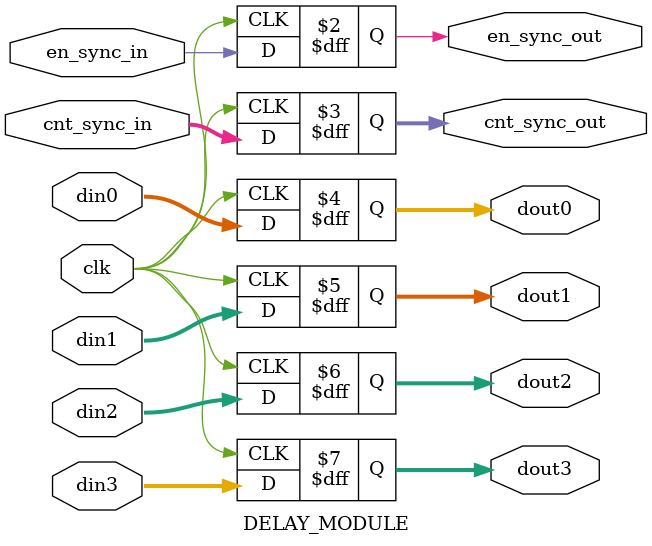
<source format=v>
`timescale 1ns / 1ps
module DELAY_MODULE
#(
	parameter BITWIDTH = 7,
	parameter FFT_POINT = 512,
	parameter SUB_FFT_POINT = 512
)(
	input clk,
	//input rst,
	
	input en_sync_in,
	input [(BITWIDTH+1):0]cnt_sync_in,
	input [15:0] din0,
	input [15:0] din1,
	input [15:0] din2,
	input [15:0] din3,
	
	output reg en_sync_out,
	output reg [(BITWIDTH+1):0]cnt_sync_out,
	output reg [15:0] dout0,
	output reg [15:0] dout1,
	output reg [15:0] dout2,
	output reg [15:0] dout3
    );
	 
always @(posedge clk)
	begin
		//if(rst)
		//	begin
		//		en_sync_out<=0;
		//		cnt_sync_out<=0;
		//		dout0<=0;
		//		dout1<=0;
		//		dout2<=0;
		//		dout3<=0;
		//	end
		//else
			begin
				en_sync_out<=en_sync_in;
				cnt_sync_out<=cnt_sync_in;
				dout0<=din0;
				dout1<=din1;
				dout2<=din2;
				dout3<=din3;
			end
	end


endmodule

</source>
